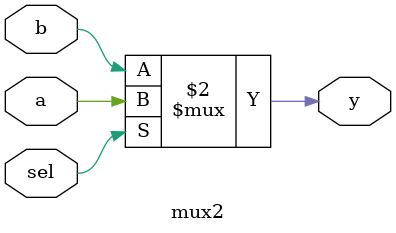
<source format=v>
module mux2(a, b, sel, y);
    input a, b;
    input sel;
    output y;

    assign y = (sel == 1) ? a : b;
endmodule

</source>
